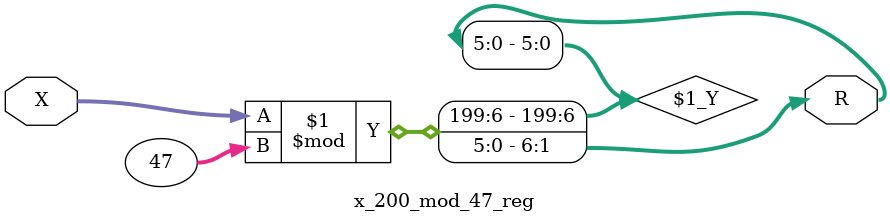
<source format=v>
module x_200_mod_47_reg(
    input [200:1] X,
    output [6:1] R
    );


assign R = X % 47;

endmodule

</source>
